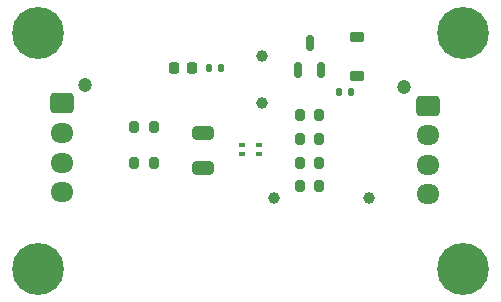
<source format=gts>
%TF.GenerationSoftware,KiCad,Pcbnew,8.0.2*%
%TF.CreationDate,2024-12-26T16:21:06-05:00*%
%TF.ProjectId,Temp and Humidity Sensor,54656d70-2061-46e6-9420-48756d696469,rev?*%
%TF.SameCoordinates,Original*%
%TF.FileFunction,Soldermask,Top*%
%TF.FilePolarity,Negative*%
%FSLAX46Y46*%
G04 Gerber Fmt 4.6, Leading zero omitted, Abs format (unit mm)*
G04 Created by KiCad (PCBNEW 8.0.2) date 2024-12-26 16:21:06*
%MOMM*%
%LPD*%
G01*
G04 APERTURE LIST*
G04 Aperture macros list*
%AMRoundRect*
0 Rectangle with rounded corners*
0 $1 Rounding radius*
0 $2 $3 $4 $5 $6 $7 $8 $9 X,Y pos of 4 corners*
0 Add a 4 corners polygon primitive as box body*
4,1,4,$2,$3,$4,$5,$6,$7,$8,$9,$2,$3,0*
0 Add four circle primitives for the rounded corners*
1,1,$1+$1,$2,$3*
1,1,$1+$1,$4,$5*
1,1,$1+$1,$6,$7*
1,1,$1+$1,$8,$9*
0 Add four rect primitives between the rounded corners*
20,1,$1+$1,$2,$3,$4,$5,0*
20,1,$1+$1,$4,$5,$6,$7,0*
20,1,$1+$1,$6,$7,$8,$9,0*
20,1,$1+$1,$8,$9,$2,$3,0*%
G04 Aperture macros list end*
%ADD10RoundRect,0.218750X-0.218750X-0.256250X0.218750X-0.256250X0.218750X0.256250X-0.218750X0.256250X0*%
%ADD11C,4.400000*%
%ADD12RoundRect,0.200000X0.200000X0.275000X-0.200000X0.275000X-0.200000X-0.275000X0.200000X-0.275000X0*%
%ADD13RoundRect,0.250000X-0.650000X0.325000X-0.650000X-0.325000X0.650000X-0.325000X0.650000X0.325000X0*%
%ADD14RoundRect,0.200000X-0.200000X-0.275000X0.200000X-0.275000X0.200000X0.275000X-0.200000X0.275000X0*%
%ADD15RoundRect,0.225000X-0.375000X0.225000X-0.375000X-0.225000X0.375000X-0.225000X0.375000X0.225000X0*%
%ADD16RoundRect,0.135000X-0.135000X-0.185000X0.135000X-0.185000X0.135000X0.185000X-0.135000X0.185000X0*%
%ADD17RoundRect,0.150000X0.150000X-0.512500X0.150000X0.512500X-0.150000X0.512500X-0.150000X-0.512500X0*%
%ADD18C,1.000000*%
%ADD19C,1.200000*%
%ADD20RoundRect,0.250000X-0.725000X0.600000X-0.725000X-0.600000X0.725000X-0.600000X0.725000X0.600000X0*%
%ADD21O,1.950000X1.700000*%
%ADD22RoundRect,0.135000X0.135000X0.185000X-0.135000X0.185000X-0.135000X-0.185000X0.135000X-0.185000X0*%
%ADD23R,0.500000X0.300000*%
G04 APERTURE END LIST*
D10*
%TO.C,D2*%
X120502500Y-43000000D03*
X122077500Y-43000000D03*
%TD*%
D11*
%TO.C,H1*%
X145000000Y-60000000D03*
%TD*%
D12*
%TO.C,R2*%
X118825000Y-51000000D03*
X117175000Y-51000000D03*
%TD*%
%TO.C,R1*%
X118825000Y-48000000D03*
X117175000Y-48000000D03*
%TD*%
D13*
%TO.C,C1*%
X123000000Y-48525000D03*
X123000000Y-51475000D03*
%TD*%
D14*
%TO.C,R4*%
X131175000Y-53000000D03*
X132825000Y-53000000D03*
%TD*%
D15*
%TO.C,D1*%
X136000000Y-40350000D03*
X136000000Y-43650000D03*
%TD*%
D11*
%TO.C,H3*%
X109000000Y-40000000D03*
%TD*%
%TO.C,H4*%
X109000000Y-60000000D03*
%TD*%
D16*
%TO.C,R5*%
X123490000Y-43000000D03*
X124510000Y-43000000D03*
%TD*%
D17*
%TO.C,Q1*%
X131050000Y-43137500D03*
X132950000Y-43137500D03*
X132000000Y-40862500D03*
%TD*%
D18*
%TO.C,TP1*%
X128000000Y-42000000D03*
%TD*%
D14*
%TO.C,R3*%
X131175000Y-47000000D03*
X132825000Y-47000000D03*
%TD*%
D18*
%TO.C,TP3*%
X129000000Y-54000000D03*
%TD*%
D14*
%TO.C,R7*%
X131175000Y-51000000D03*
X132825000Y-51000000D03*
%TD*%
%TO.C,R6*%
X131175000Y-49000000D03*
X132825000Y-49000000D03*
%TD*%
D19*
%TO.C,J2*%
X140000000Y-44575000D03*
D20*
X142000000Y-46175000D03*
D21*
X142000000Y-48675000D03*
X142000000Y-51175000D03*
X142000000Y-53675000D03*
%TD*%
D18*
%TO.C,TP4*%
X137000000Y-54000000D03*
%TD*%
%TO.C,TP2*%
X128000000Y-46000000D03*
%TD*%
D22*
%TO.C,R8*%
X135510000Y-45000000D03*
X134490000Y-45000000D03*
%TD*%
D11*
%TO.C,H2*%
X145000000Y-40000000D03*
%TD*%
D23*
%TO.C,U1*%
X127700000Y-50300000D03*
X127700000Y-49500000D03*
X126300000Y-49500000D03*
X126300000Y-50300000D03*
%TD*%
D19*
%TO.C,J1*%
X113000000Y-44400000D03*
D20*
X111000000Y-46000000D03*
D21*
X111000000Y-48500000D03*
X111000000Y-51000000D03*
X111000000Y-53500000D03*
%TD*%
M02*

</source>
